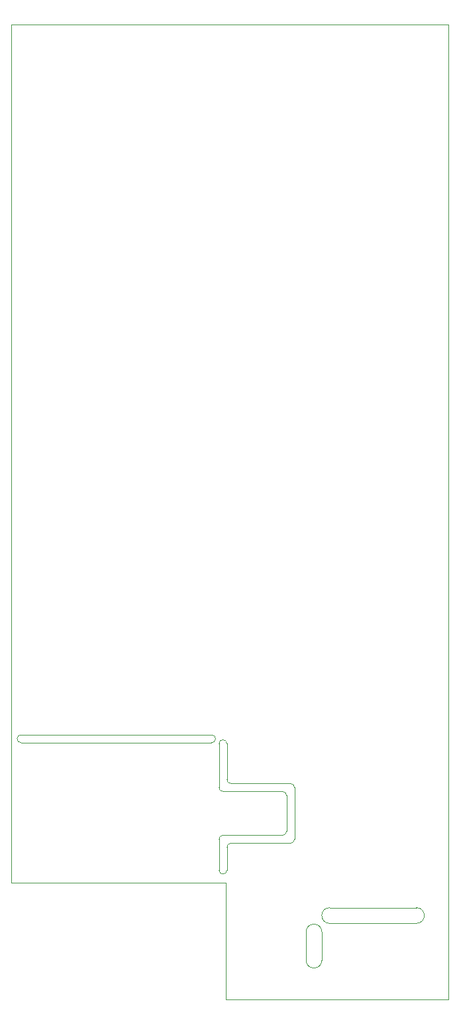
<source format=gm1>
G04 #@! TF.GenerationSoftware,KiCad,Pcbnew,(5.1.10-1-10_14)*
G04 #@! TF.CreationDate,2021-11-12T15:28:04+00:00*
G04 #@! TF.ProjectId,New-New-ACNode-Shield,4e65772d-4e65-4772-9d41-434e6f64652d,rev?*
G04 #@! TF.SameCoordinates,Original*
G04 #@! TF.FileFunction,Profile,NP*
%FSLAX46Y46*%
G04 Gerber Fmt 4.6, Leading zero omitted, Abs format (unit mm)*
G04 Created by KiCad (PCBNEW (5.1.10-1-10_14)) date 2021-11-12 15:28:04*
%MOMM*%
%LPD*%
G01*
G04 APERTURE LIST*
G04 #@! TA.AperFunction,Profile*
%ADD10C,0.050000*%
G04 #@! TD*
G04 APERTURE END LIST*
D10*
X150600000Y-154000000D02*
X123190000Y-154000000D01*
X150600000Y-168910000D02*
X150600000Y-154000000D01*
X163900000Y-159200000D02*
G75*
G02*
X163900000Y-157200000I0J1000000D01*
G01*
X163900000Y-159200000D02*
X175000000Y-159200000D01*
X175000000Y-157200000D02*
X163900000Y-157200000D01*
X175000000Y-157200000D02*
G75*
G02*
X175000000Y-159200000I0J-1000000D01*
G01*
X160900000Y-160300000D02*
X160900000Y-163900000D01*
X162900000Y-163900000D02*
X162900000Y-160300000D01*
X162900000Y-163900000D02*
G75*
G02*
X160900000Y-163900000I-1000000J0D01*
G01*
X160900000Y-160300000D02*
G75*
G02*
X162900000Y-160300000I1000000J0D01*
G01*
X149760000Y-136268000D02*
X149760000Y-141856000D01*
X150776000Y-140840000D02*
X150776000Y-136268000D01*
X149760000Y-136268000D02*
G75*
G02*
X150776000Y-136268000I508000J0D01*
G01*
X124460000Y-136144000D02*
X148800000Y-136144000D01*
X148800000Y-135128000D02*
X124460000Y-135128000D01*
X124460000Y-136144000D02*
G75*
G02*
X124460000Y-135128000I0J508000D01*
G01*
X148800000Y-135128000D02*
G75*
G02*
X148800000Y-136144000I0J-508000D01*
G01*
X158904000Y-141348000D02*
X151284000Y-141348000D01*
X151284000Y-141348000D02*
G75*
G02*
X150776000Y-140840000I0J508000D01*
G01*
X159412000Y-148460000D02*
X159412000Y-141856000D01*
X158904000Y-141348000D02*
G75*
G02*
X159412000Y-141856000I0J-508000D01*
G01*
X158904000Y-148968000D02*
X151284000Y-148968000D01*
X159412000Y-148460000D02*
G75*
G02*
X158904000Y-148968000I-508000J0D01*
G01*
X150776000Y-152400000D02*
G75*
G02*
X149760000Y-152400000I-508000J0D01*
G01*
X150776000Y-149476000D02*
X150776000Y-152400000D01*
X149760000Y-148460000D02*
X149760000Y-152400000D01*
X150776000Y-149476000D02*
G75*
G02*
X151284000Y-148968000I508000J0D01*
G01*
X149760000Y-148460000D02*
G75*
G02*
X150268000Y-147952000I508000J0D01*
G01*
X157888000Y-147952000D02*
X150268000Y-147952000D01*
X157888000Y-142364000D02*
X150268000Y-142364000D01*
X150268000Y-142364000D02*
G75*
G02*
X149760000Y-141856000I0J508000D01*
G01*
X158396000Y-147444000D02*
X158396000Y-142872000D01*
X157888000Y-142364000D02*
G75*
G02*
X158396000Y-142872000I0J-508000D01*
G01*
X158396000Y-147444000D02*
G75*
G02*
X157888000Y-147952000I-508000J0D01*
G01*
X123190000Y-154000000D02*
X123190000Y-44450000D01*
X179070000Y-168910000D02*
X150600000Y-168910000D01*
X179070000Y-44450000D02*
X179070000Y-168910000D01*
X123190000Y-44450000D02*
X179070000Y-44450000D01*
M02*

</source>
